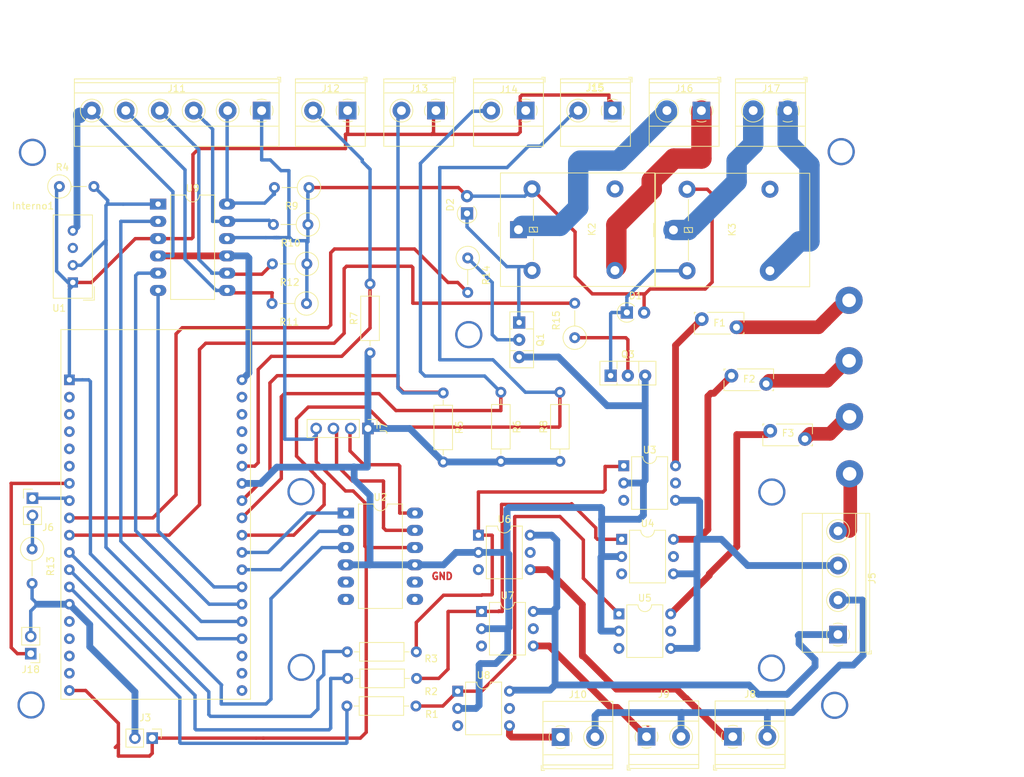
<source format=kicad_pcb>
(kicad_pcb (version 20240108) (generator "pcbnew") (generator_version "8.0")
  (layers (0 "F.Cu" signal) (31 "B.Cu" signal) (34 "B.Paste" user) (35 "F.Paste" user) (36 "B.SilkS" user "B.Silkscreen") (37 "F.SilkS" user "F.Silkscreen") (38 "B.Mask" user) (39 "F.Mask" user) (44 "Edge.Cuts" user))
  (net 0 "")
  (net 1 "Net-(D1-A)")
  (net 2 "Net-(D1-K)")
  (net 3 "Net-(F1-Pad2)")
  (net 4 "Net-(D2-K)")
  (net 5 "Net-(F2-Pad2)")
  (net 6 "Net-(F3-Pad2)")
  (net 7 "GND")
  (net 9 "Net-(Interno1-VCC)")
  (net 10 "Net-(Interno1-DATA)")
  (net 11 "Net-(J18-Pin_2)")
  (net 12 "Net-(J10-Pin_2)")
  (net 13 "Net-(J5-Pin_3)")
  (net 14 "Net-(J5-Pin_1)")
  (net 15 "Net-(J6-Pin_2)")
  (net 16 "Net-(J6-Pin_1)")
  (net 17 "Net-(J7-Pin_3)")
  (net 18 "Net-(J7-Pin_2)")
  (net 19 "Net-(J8-Pin_1)")
  (net 20 "Net-(J9-Pin_1)")
  (net 21 "Net-(J10-Pin_1)")
  (net 22 "Net-(R3-Pad1)")
  (net 23 "Net-(J11-Pin_5)")
  (net 24 "Net-(J11-Pin_2)")
  (net 25 "Net-(J11-Pin_6)")
  (net 26 "Net-(J11-Pin_4)")
  (net 27 "Net-(J11-Pin_3)")
  (net 28 "Net-(J12-Pin_2)")
  (net 29 "Net-(J13-Pin_2)")
  (net 30 "Net-(J14-Pin_2)")
  (net 31 "Net-(J15-Pin_2)")
  (net 32 "Net-(J16-Pin_1)")
  (net 33 "Net-(J16-Pin_2)")
  (net 34 "Net-(J17-Pin_2)")
  (net 35 "Net-(J17-Pin_1)")
  (net 36 "Net-(J18-Pin_1)")
  (net 39 "Net-(Q1-B)")
  (net 40 "Net-(Q3-B)")
  (net 41 "Net-(U1-IO12)")
  (net 42 "Net-(U1-IO14)")
  (net 43 "Net-(U1-IO27)")
  (net 44 "Net-(U1-IO25)")
  (net 45 "Net-(U1-IO26)")
  (net 51 "Net-(U1-IO2)")
  (net 59 "Net-(U1-IO17)")
  (net 60 "Net-(U1-IO16)")
  (net 65 "Net-(U1-IO0)")
  (net 66 "Net-(U1-IO4)")
  (net 68 "unconnected-(U2-LV4-Pad6)")
  (net 83 "unconnected-(F1-Pad1)")
  (net 84 "unconnected-(F2-Pad1)")
  (net 85 "unconnected-(F3-Pad1)")
  (net 86 "unconnected-(J5-Pin_4-Pad4)")
  (footprint "Diode_THT:D_A-405_P2.54mm_Vertical_AnodeUp" (layer "F.Cu") (at 173.228 80.5688)
    (property "Reference" "D1")
    (property "Value" "DIODE")
  )
  (footprint "Diode_THT:D_A-405_P2.54mm_Vertical_AnodeUp" (layer "F.Cu") (at 149.7076 65.9892 90)
    (property "Reference" "D2")
    (property "Value" "DIODE")
  )
  (footprint "TerminalBlock_Phoenix:TerminalBlock_Phoenix_MKDS-1,5-4-5.08_1x04_P5.08mm_Horizontal" (layer "F.Cu") (at 204.305 127.9652 90)
    (property "Reference" "J5")
    (property "Value" "ENTRADA PZEM")
  )
  (footprint "TerminalBlock_Phoenix:TerminalBlock_Phoenix_MKDS-1,5-2-5.08_1x02_P5.08mm_Horizontal" (layer "F.Cu") (at 196.9008 50.85 180)
    (property "Reference" "J17")
    (property "Value" "ON/OFF")
  )
  (footprint "Connector_PinHeader_2.54mm:PinHeader_1x04_P2.54mm_Vertical" (layer "F.Cu") (at 135.128 97.6376 -90)
    (property "Reference" "J7")
    (property "Value" "DATOS PZEM")
  )
  (footprint "Resistor_THT:R_Axial_DIN0207_L6.3mm_D2.5mm_P10.16mm_Horizontal" (layer "F.Cu") (at 142.1892 138.4808 180)
    (property "Reference" "R1")
    (property "Value" "150 Ohms")
  )
  (footprint "Resistor_THT:R_Axial_DIN0207_L6.3mm_D2.5mm_P10.16mm_Horizontal" (layer "F.Cu") (at 142.2908 134.4168 180)
    (property "Reference" "R2")
    (property "Value" ".")
  )
  (footprint "Resistor_THT:R_Axial_DIN0207_L6.3mm_D2.5mm_P10.16mm_Horizontal" (layer "F.Cu") (at 146.2024 92.4052 -90)
    (property "Reference" "R5")
    (property "Value" "10 K")
  )
  (footprint "Resistor_THT:R_Axial_DIN0207_L6.3mm_D2.5mm_P10.16mm_Horizontal" (layer "F.Cu") (at 154.686 92.3036 -90)
    (property "Reference" "R6")
    (property "Value" "10 K")
  )
  (footprint "Resistor_THT:R_Axial_DIN0207_L6.3mm_D2.5mm_P10.16mm_Horizontal" (layer "F.Cu") (at 163.3728 92.3036 -90)
    (property "Reference" "R8")
    (property "Value" "10 K")
  )
  (footprint "Sensor:Aosong_DHT11_5.5x12.0_P2.54mm" (layer "F.Cu") (at 91.694 76.1492 180)
    (property "Reference" "Interno1")
    (property "Value" "DHT11")
  )
  (footprint "ESP32-PLACA_CONTROL:MODULE_ESP32-DEVKITC-32D" (layer "F.Cu") (at 103.886 110.236)
    (property "Reference" "U1")
    (property "Value" "ESP32-DEVKITC-32D")
  )
  (footprint "Package_DIP:DIP-12_W10.16mm_LongPads" (layer "F.Cu") (at 131.8768 110.0836)
    (property "Reference" "U2")
    (property "Value" "Conversor_Bidireccional")
  )
  (footprint "Package_DIP:DIP-6_W7.62mm" (layer "F.Cu") (at 172.466 113.9444)
    (property "Reference" "U4")
    (property "Value" "MOC3063M")
  )
  (footprint "Package_DIP:DIP-6_W7.62mm" (layer "F.Cu") (at 172.0596 124.9172)
    (property "Reference" "U5")
    (property "Value" "MOC3063M")
  )
  (footprint "Package_DIP:DIP-6_W7.62mm" (layer "F.Cu") (at 151.384 113.3348)
    (property "Reference" "U6")
    (property "Value" "MOC3063M")
  )
  (footprint "Package_DIP:DIP-6_W7.62mm" (layer "F.Cu") (at 151.8412 124.5616)
    (property "Reference" "U7")
    (property "Value" "MOC3063M")
  )
  (footprint "Package_DIP:DIP-6_W7.62mm" (layer "F.Cu") (at 148.336 136.2964)
    (property "Reference" "U8")
    (property "Value" "MOC3063M")
  )
  (footprint "Fuse:Fuse_Bourns_MF-RG300" (layer "F.Cu") (at 189.357 82.7405 180)
    (property "Reference" "F1")
    (property "Value" "FUSE")
  )
  (footprint "Fuse:Fuse_Bourns_MF-RG300" (layer "F.Cu") (at 193.72072 91.06916 180)
    (property "Reference" "F2")
    (property "Value" "FUSE")
  )
  (footprint "Fuse:Fuse_Bourns_MF-RG300" (layer "F.Cu") (at 199.43572 99.17684 180)
    (property "Reference" "F3")
    (property "Value" "FUSE")
  )
  (footprint "Package_DIP:DIP-12_W10.16mm_LongPads" (layer "F.Cu") (at 104.2416 64.6176)
    (property "Reference" "U9")
    (property "Value" "Conversor_Bidireccional")
  )
  (footprint "Connector_PinHeader_2.54mm:PinHeader_1x02_P2.54mm_Vertical" (layer "F.Cu") (at 103.378 143.2052 -90)
    (property "Reference" "J3")
    (property "Value" "5 V")
  )
  (footprint "Package_TO_SOT_THT:TO-126-3_Vertical" (layer "F.Cu") (at 157.3784 82.042 -90)
    (property "Reference" "Q1")
    (property "Value" "BC548")
  )
  (footprint "Package_TO_SOT_THT:TO-126-3_Vertical" (layer "F.Cu") (at 170.8404 89.8652)
    (property "Reference" "Q3")
    (property "Value" "BC548")
  )
  (footprint "Resistor_THT:R_Axial_DIN0207_L6.3mm_D2.5mm_P10.16mm_Horizontal" (layer "F.Cu") (at 142.24 130.5052 180)
    (property "Reference" "R3")
    (property "Value" ".")
  )
  (footprint "Package_DIP:DIP-6_W7.62mm" (layer "F.Cu") (at 172.7708 103.124)
    (property "Reference" "U3")
    (property "Value" "MOC3063M")
  )
  (footprint "TerminalBlock_Phoenix:TerminalBlock_Phoenix_MKDS-1,5-2-5.08_1x02_P5.08mm_Horizontal" (layer "F.Cu") (at 184.2008 50.85 180)
    (property "Reference" "J16")
    (property "Value" "ON/OFF")
  )
  (footprint "TerminalBlock_Phoenix:TerminalBlock_Phoenix_MKDS-1,5-2-5.08_1x02_P5.08mm_Horizontal" (layer "F.Cu") (at 145.1356 50.85 180)
    (property "Reference" "J13")
    (property "Value" "Detector 2")
  )
  (footprint "TerminalBlock_Phoenix:TerminalBlock_Phoenix_MKDS-1,5-2-5.08_1x02_P5.08mm_Horizontal" (layer "F.Cu") (at 158.3436 50.85 180)
    (property "Reference" "J14")
    (property "Value" "Detector 3")
  )
  (footprint "TerminalBlock_Phoenix:TerminalBlock_Phoenix_MKDS-1,5-2-5.08_1x02_P5.08mm_Horizontal" (layer "F.Cu") (at 171.1452 50.85 180)
    (property "Reference" "J15")
    (property "Value" "Detector 4")
  )
  (footprint "TerminalBlock_Phoenix:TerminalBlock_Phoenix_MKDS-1,5-6_1x06_P5.00mm_Horizontal" (layer "F.Cu") (at 119.4816 50.85 180)
    (property "Reference" "J11")
    (property "Value" "Conector DHT11")
  )
  (footprint "Resistor_THT:R_Axial_DIN0309_L9.0mm_D3.2mm_P5.08mm_Vertical" (layer "F.Cu") (at 89.7128 62.0268)
    (property "Reference" "R4")
    (property "Value" "4,7 K")
  )
  (footprint "Resistor_THT:R_Axial_DIN0309_L9.0mm_D3.2mm_P5.08mm_Vertical" (layer "F.Cu") (at 126.4412 62.1792 180)
    (property "Reference" "R9")
    (property "Value" "4,7 K")
  )
  (footprint "Resistor_THT:R_Axial_DIN0309_L9.0mm_D3.2mm_P5.08mm_Vertical" (layer "F.Cu") (at 126.2888 67.6148 180)
    (property "Reference" "R10")
    (property "Value" "4,7 K")
  )
  (footprint "Resistor_THT:R_Axial_DIN0309_L9.0mm_D3.2mm_P5.08mm_Vertical" (layer "F.Cu") (at 126.0856 79.248 180)
    (property "Reference" "R11")
    (property "Value" "4,7 K")
  )
  (footprint "Resistor_THT:R_Axial_DIN0309_L9.0mm_D3.2mm_P5.08mm_Vertical" (layer "F.Cu") (at 126.1364 73.406 180)
    (property "Reference" "R12")
    (property "Value" "4,7 K")
  )
  (footprint "Relay_THT:Relay_SPDT_Omron-G5LE-1" (layer "F.Cu") (at 157.2768 68.3768 90)
    (property "Reference" "K2")
    (property "Value" "G5Q-1")
  )
  (footprint "Relay_THT:Relay_SPDT_Omron-G5LE-1" (layer "F.Cu") (at 180.086 68.4276 90)
    (property "Reference" "K3")
    (property "Value" "G5Q-1")
  )
  (footprint "Resistor_THT:R_Axial_DIN0309_L9.0mm_D3.2mm_P5.08mm_Vertical" (layer "F.Cu") (at 149.8092 72.5424 -90)
    (property "Reference" "R14")
    (property "Value" "4,7 K")
  )
  (footprint "Resistor_THT:R_Axial_DIN0309_L9.0mm_D3.2mm_P5.08mm_Vertical" (layer "F.Cu") (at 165.5572 84.2772 90)
    (property "Reference" "R15")
    (property "Value" "4,7 K")
  )
  (footprint "TerminalBlock_Phoenix:TerminalBlock_Phoenix_MKDS-1,5-2-5.08_1x02_P5.08mm_Horizontal" (layer "F.Cu") (at 132.1308 50.85 180)
    (property "Reference" "J12")
    (property "Value" "Detector 1")
  )
  (footprint "Resistor_THT:R_Axial_DIN0207_L6.3mm_D2.5mm_P10.16mm_Horizontal" (layer "F.Cu") (at 135.4328 86.5124 90)
    (property "Reference" "R7")
    (property "Value" "10 K")
  )
  (footprint "TerminalBlock_Phoenix:TerminalBlock_Phoenix_MKDS-1,5-2-5.08_1x02_P5.08mm_Horizontal" (layer "F.Cu") (at 188.8236 143.002)
    (property "Reference" "J8")
    (property "Value" "FASE R")
  )
  (footprint "TerminalBlock_Phoenix:TerminalBlock_Phoenix_MKDS-1,5-2-5.08_1x02_P5.08mm_Horizontal" (layer "F.Cu") (at 176.1236 143.002)
    (property "Reference" "J9")
    (property "Value" "FASE S")
  )
  (footprint "TerminalBlock_Phoenix:TerminalBlock_Phoenix_MKDS-1,5-2-5.08_1x02_P5.08mm_Horizontal" (layer "F.Cu") (at 163.4744 143.0528)
    (property "Reference" "J10")
    (property "Value" "FASE T")
  )
  (footprint "Connector_PinHeader_2.54mm:PinHeader_1x02_P2.54mm_Vertical" (layer "F.Cu") (at 85.7504 107.8992)
    (property "Reference" "J6")
    (property "Value" "LED TESTIGO")
  )
  (footprint "Resistor_THT:R_Axial_DIN0309_L9.0mm_D3.2mm_P5.08mm_Vertical" (layer "F.Cu") (at 85.6996 115.3668 -90)
    (property "Reference" "R13")
    (property "Value" "330 ohms")
  )
  (footprint "Connector_PinHeader_2.54mm:PinHeader_1x02_P2.54mm_Vertical" (layer "F.Cu") (at 85.5 130.775 180)
    (property "Reference" "J18")
    (property "Value" "ADC")
  )
  (gr_text "GND" (at 146.05 119.38 0) (layer "F.Cu") (effects (font (size 1 1) (thickness 0.25))))
  (segment (start 176.2252 141.4272) (end 176.4284 141.4272) (width 0.25) (layer "F.Cu") (net 0))
  (via (at 194.5132 132.8928) (size 4) (drill 3.3) (layers "F.Cu" "B.Cu") (net 0))
  (via (at 125.2728 106.934) (size 4) (drill 3.3) (layers "F.Cu" "B.Cu") (net 0))
  (via (at 125.3236 132.7912) (size 4) (drill 3.3) (layers "F.Cu" "B.Cu") (net 0))
  (via (at 203.8096 138.3792) (size 4) (drill 3.3) (layers "F.Cu" "B.Cu") (net 0))
  (via (at 204.7748 56.896) (size 4) (drill 3.3) (layers "F.Cu" "B.Cu") (net 0))
  (via (at 85.7504 56.9976) (size 4) (drill 3.3) (layers "F.Cu" "B.Cu") (net 0))
  (via (at 149.9616 83.82) (size 4) (drill 3.3) (layers "F.Cu" "B.Cu") (net 0))
  (via (at 85.5472 138.3284) (size 4) (drill 3.3) (layers "F.Cu" "B.Cu") (net 0))
  (via (at 194.564 106.9848) (size 4) (drill 3.3) (layers "F.Cu" "B.Cu") (net 0))
  (segment (start 132.9436 106.8324) (end 131.826 106.8324) (width 0.5) (layer "F.Cu") (net 1))
  (segment (start 134.6708 108.5596) (end 132.9436 106.8324) (width 0.5) (layer "F.Cu") (net 1))
  (segment (start 184.7596 77.1144) (end 185.7756 76.0984) (width 0.5) (layer "F.Cu") (net 1))
  (segment (start 102.9716 145.8468) (end 103.378 145.4404) (width 0.5) (layer "F.Cu") (net 1))
  (segment (start 185.0588 62.4276) (end 182.086 62.4276) (width 0.5) (layer "F.Cu") (net 1))
  (segment (start 159.2768 62.3768) (end 165.608 68.708) (width 0.5) (layer "F.Cu") (net 1))
  (segment (start 98.3996 141.0208) (end 98.3996 144.1196) (width 0.5) (layer "F.Cu") (net 1))
  (segment (start 91.186 136.196) (end 93.5748 136.196) (width 0.5) (layer "F.Cu") (net 1))
  (segment (start 127.508 102.5144) (end 127.508 97.6376) (width 0.5) (layer "F.Cu") (net 1))
  (segment (start 148.4376 62.1792) (end 149.7076 63.4492) (width 0.5) (layer "F.Cu") (net 1))
  (segment (start 119.8372 143.2052) (end 119.6848 143.2052) (width 0.5) (layer "F.Cu") (net 1))
  (segment (start 97.9424 144.5768) (end 98.3996 144.1196) (width 0.5) (layer "F.Cu") (net 1))
  (segment (start 175.768 80.5688) (end 175.768 77.978) (width 0.5) (layer "F.Cu") (net 1))
  (segment (start 134.874 115.1636) (end 134.6708 114.9604) (width 0.5) (layer "F.Cu") (net 1))
  (segment (start 134.874 142.3416) (end 134.0104 143.2052) (width 0.5) (layer "F.Cu") (net 1))
  (segment (start 103.378 145.4404) (end 103.378 143.2052) (width 0.5) (layer "F.Cu") (net 1))
  (segment (start 165.608 68.708) (end 165.608 75.2856) (width 0.5) (layer "F.Cu") (net 1))
  (segment (start 176.6316 77.1144) (end 184.7596 77.1144) (width 0.5) (layer "F.Cu") (net 1))
  (segment (start 165.608 75.2856) (end 168.148 77.8256) (width 0.5) (layer "F.Cu") (net 1))
  (segment (start 134.6708 114.9604) (end 134.6708 108.5596) (width 0.5) (layer "F.Cu") (net 1))
  (segment (start 103.378 143.2052) (end 118.6688 143.2052) (width 0.5) (layer "F.Cu") (net 1))
  (segment (start 119.6848 143.2052) (end 118.6688 143.2052) (width 0.5) (layer "F.Cu") (net 1))
  (segment (start 175.9204 77.8256) (end 176.6316 77.1144) (width 0.5) (layer "F.Cu") (net 1))
  (segment (start 134.874 115.1636) (end 142.0368 115.1636) (width 0.5) (layer "F.Cu") (net 1))
  (segment (start 175.768 77.978) (end 175.9204 77.8256) (width 0.5) (layer "F.Cu") (net 1))
  (segment (start 98.3996 144.1196) (end 98.3996 145.8468) (width 0.5) (layer "F.Cu") (net 1))
  (segment (start 127.265192 97.880408) (end 127.508 97.6376) (width 0.5) (layer "F.Cu") (net 1))
  (segment (start 168.148 77.8256) (end 175.9204 77.8256) (width 0.5) (layer "F.Cu") (net 1))
  (segment (start 98.3996 145.8468) (end 102.9716 145.8468) (width 0.5) (layer "F.Cu") (net 1))
  (segment (start 134.0104 143.2052) (end 119.6848 143.2052) (width 0.5) (layer "F.Cu") (net 1))
  (segment (start 131.826 106.8324) (end 127.508 102.5144) (width 0.5) (layer "F.Cu") (net 1))
  (segment (start 126.4412 62.1792) (end 148.4376 62.1792) (width 0.5) (layer "F.Cu") (net 1))
  (segment (start 185.7756 76.0984) (end 185.7756 63.1444) (width 0.5) (layer "F.Cu") (net 1))
  (segment (start 134.874 115.1636) (end 134.874 142.3416) (width 0.5) (layer "F.Cu") (net 1))
  (segment (start 185.7756 63.1444) (end 185.0588 62.4276) (width 0.5) (layer "F.Cu") (net 1))
  (segment (start 93.5748 136.196) (end 98.3996 141.0208) (width 0.5) (layer "F.Cu") (net 1))
  (segment (start 127.508 98.6028) (end 126.8984 99.2124) (width 0.5) (layer "B.Cu") (net 1))
  (segment (start 126.1364 70.3072) (end 126.2888 70.1548) (width 0.5) (layer "B.Cu") (net 1))
  (segment (start 126.8984 99.2124) (end 122.8852 99.2124) (width 0.5) (layer "B.Cu") (net 1))
  (segment (start 124.0536 70.0024) (end 123.5964 69.5452) (width 0.5) (layer "B.Cu") (net 1))
  (segment (start 121.666 69.5452) (end 122.0724 69.5452) (width 0.5) (layer "B.Cu") (net 1))
  (segment (start 119.4816 50.8508) (end 119.4816 58.1152) (width 0.5) (layer "B.Cu") (net 1))
  (segment (start 126.1364 70.0024) (end 126.2888 70.1548) (width 0.5) (layer "B.Cu") (net 1))
  (segment (start 121.2596 69.5452) (end 121.666 69.5452) (width 0.5) (layer "B.Cu") (net 1))
  (segment (start 126.2888 63.1952) (end 126.2888 63.4492) (width 0.5) (layer "B.Cu") (net 1))
  (segment (start 122.8852 69.6976) (end 123.0376 69.5452) (width 0.5) (layer "B.Cu") (net 1))
  (segment (start 123.4948 69.4436) (end 123.5964 69.5452) (width 0.5) (layer "B.Cu") (net 1))
  (segment (start 127.508 97.6376) (end 127.508 98.6028) (width 0.5) (layer "B.Cu") (net 1))
  (segment (start 126.1364 73.406) (end 126.1364 79.1972) (width 0.5) (layer "B.Cu") (net 1))
  (segment (start 149.7076 63.4492) (end 158.2044 63.4492) (width 0.5) (layer "B.Cu") (net 1))
  (segment (start 126.1364 73.406) (end 126.1364 70.3072) (width 0.5) (layer "B.Cu") (net 1))
  (segment (start 124.0536 70.0024) (end 126.1364 70.0024) (width 0.5) (layer "B.Cu") (net 1))
  (segment (start 115.5192 69.5452) (end 120.0912 69.5452) (width 0.5) (layer "B.Cu") (net 1))
  (segment (start 122.8852 99.2124) (end 122.8852 69.6976) (width 0.5) (layer "B.Cu") (net 1))
  (segment (start 158.2044 63.4492) (end 159.2768 62.3768) (width 0.5) (layer "B.Cu") (net 1))
  (segment (start 120.7516 58.1152) (end 122.3264 59.69) (width 0.5) (layer "B.Cu") (net 1))
  (segment (start 126.1364 79.1972) (end 126.0856 79.248) (width 0.5) (layer "B.Cu") (net 1))
  (segment (start 120.0912 69.5452) (end 121.666 69.5452) (width 0.5) (layer "B.Cu") (net 1))
  (segment (start 123.4948 59.69) (end 122.3264 59.69) (width 0.5) (layer "B.Cu") (net 1))
  (segment (start 127.3048 97.8408) (end 127.508 97.6376) (width 0.5) (layer "B.Cu") (net 1))
  (segment (start 123.5964 69.5452) (end 123.0376 69.5452) (width 0.5) (layer "B.Cu") (net 1))
  (segment (start 126.2888 63.4492) (end 126.2888 67.6148) (width 0.5) (layer "B.Cu") (net 1))
  (segment (start 126.2888 67.6148) (end 126.2888 70.1548) (width 0.5) (layer "B.Cu") (net 1))
  (segment (start 123.0376 69.5452) (end 121.666 69.5452) (width 0.5) (layer "B.Cu") (net 1))
  (segment (start 126.2888 63.4492) (end 126.2888 62.3316) (width 0.5) (layer "B.Cu") (net 1))
  (segment (start 123.4948 59.69) (end 123.4948 69.4436) (width 0.5) (layer "B.Cu") (net 1))
  (segment (start 119.4816 58.1152) (end 120.7516 58.1152) (width 0.5) (layer "B.Cu") (net 1))
  (segment (start 126.2888 62.3316) (end 126.4412 62.1792) (width 0.5) (layer "B.Cu") (net 1))
  (segment (start 177.0832 74.4276) (end 182.086 74.4276) (width 0.5) (layer "B.Cu") (net 2))
  (segment (start 170.9928 80.5688) (end 173.228 80.5688) (width 0.5) (layer "B.Cu") (net 2))
  (segment (start 173.228 78.2828) (end 177.0832 74.4276) (width 0.5) (layer "B.Cu") (net 2))
  (segment (start 170.8404 89.8652) (end 170.8404 80.7212) (width 0.5) (layer "B.Cu") (net 2))
  (segment (start 173.228 80.5688) (end 173.228 78.2828) (width 0.5) (layer "B.Cu") (net 2))
  (segment (start 170.8404 80.7212) (end 170.9928 80.5688) (width 0.5) (layer "B.Cu") (net 2))
  (segment (start 180.3908 103.124) (end 180.3908 85.4067) (width 1) (layer "F.Cu") (net 3))
  (segment (start 180.3908 85.4067) (end 184.257 81.5405) (width 1) (layer "F.Cu") (net 3))
  (segment (start 149.7076 67.9704) (end 155.5552 73.818) (width 0.5) (layer "B.Cu") (net 4))
  (segment (start 149.7076 65.9892) (end 149.7076 67.9704) (width 0.5) (layer "B.Cu") (net 4))
  (segment (start 155.5552 73.818) (end 158.718 73.818) (width 0.5) (layer "B.Cu") (net 4))
  (segment (start 157.3276 81.9912) (end 157.3784 82.042) (width 0.5) (layer "B.Cu") (net 4))
  (segment (start 158.718 73.818) (end 159.2768 74.3768) (width 0.5) (layer "B.Cu") (net 4))
  (segment (start 157.3276 74.2188) (end 157.3276 81.9912) (width 0.5) (layer "B.Cu") (net 4))
  (segment (start 183.71312 113.9444) (end 185.15076 112.50676) (width 1) (layer "F.Cu") (net 5))
  (segment (start 185.15076 92.90224) (end 185.5978 92.4552) (width 1) (layer "F.Cu") (net 5))
  (segment (start 185.15076 112.50676) (end 185.15076 92.90224) (width 1) (layer "F.Cu") (net 5))
  (segment (start 185.5978 92.4552) (end 186.03468 92.4552) (width 1) (layer "F.Cu") (net 5))
  (segment (start 186.03468 92.4552) (end 188.62072 89.86916) (width 1) (layer "F.Cu") (net 5))
  (segment (start 180.086 113.9444) (end 183.71312 113.9444) (width 1) (layer "F.Cu") (net 5))
  (segment (start 179.6796 124.9172) (end 185.35396 119.24284) (width 1) (layer "F.Cu") (net 6))
  (segment (start 185.35396 119.24284) (end 185.35396 119.05488) (width 1) (layer "F.Cu") (net 6))
  (segment (start 189.4078 98.5393) (end 193.77326 98.5393) (width 1) (layer "F.Cu") (net 6))
  (segment (start 193.77326 98.5393) (end 194.33572 97.97684) (width 1) (layer "F.Cu") (net 6))
  (segment (start 185.35396 119.05488) (end 189.4078 115.00104) (width 1) (layer "F.Cu") (net 6))
  (segment (start 189.4078 115.00104) (end 189.4078 98.5393) (width 1) (layer "F.Cu") (net 6))
  (segment (start 145.542 134.4168) (end 146.9136 133.0452) (width 0.5) (layer "F.Cu") (net 7))
  (segment (start 146.1516 138.4808) (end 148.336 136.2964) (width 0.5) (layer "F.Cu") (net 7))
  (segment (start 142.2908 134.4168) (end 145.542 134.4168) (width 0.5) (layer "F.Cu") (net 7))
  (segment (start 157.3276 87.1728) (end 157.3784 87.122) (width 1) (layer "F.Cu") (net 7))
  (segment (start 156.718 131.4196) (end 156.718 110.6424) (width 0.5) (layer "F.Cu") (net 7))
  (segment (start 151.8412 124.5616) (end 154.3304 124.5616) (width 0.5) (layer "F.Cu") (net 7))
  (segment (start 152.2476 135.89) (end 156.718 131.4196) (width 0.5) (layer "F.Cu") (net 7))
  (segment (start 154.7876 111.379637) (end 154.7876 108.8136) (width 0.5) (layer "F.Cu") (net 7))
  (segment (start 151.9428 136.1948) (end 152.2476 135.89) (width 0.5) (layer "F.Cu") (net 7))
  (segment (start 154.8892 124.5616) (end 154.8892 111.481237) (width 0.5) (layer "F.Cu") (net 7))
  (segment (start 146.9136 124.6124) (end 146.9644 124.5616) (width 0.5) (layer "F.Cu") (net 7))
  (segment (start 154.3304 124.5616) (end 154.432 124.46) (width 0.5) (layer "F.Cu") (net 7))
  (segment (start 156.718 110.6424) (end 156.7688 110.5916) (width 0.5) (layer "F.Cu") (net 7))
  (segment (start 148.336 136.2964) (end 151.8412 136.2964) (width 0.5) (layer "F.Cu") (net 7))
  (segment (start 154.7876 108.8136) (end 164.9984 108.8136) (width 0.5) (layer "F.Cu") (net 7))
  (segment (start 151.8412 136.2964) (end 152.2476 135.89) (width 0.5) (layer "F.Cu") (net 7))
  (segment (start 163.3728 110.5916) (end 166.8272 114.046) (width 0.5) (layer "F.Cu") (net 7))
  (segment (start 168.656 112.268) (end 168.656 113.6904) (width 0.5) (layer "F.Cu") (net 7))
  (segment (start 155.3464 102.4636) (end 154.686 102.4636) (width 1) (layer "F.Cu") (net 7))
  (segment (start 168.91 113.9444) (end 172.466 113.9444) (width 0.5) (layer "F.Cu") (net 7))
  (segment (start 156.7688 110.5916) (end 163.3728 110.5916) (width 0.5) (layer "F.Cu") (net 7))
  (segment (start 164.9984 108.8136) (end 165.1 108.712) (width 0.5) (layer "F.Cu") (net 7))
  (segment (start 154.8892 111.481237) (end 154.7876 111.379637) (width 0.5) (layer "F.Cu") (net 7))
  (segment (start 146.9644 124.5616) (end 151.8412 124.5616) (width 0.5) (layer "F.Cu") (net 7))
  (segment (start 146.9136 133.0452) (end 146.9136 124.6124) (width 0.5) (layer "F.Cu") (net 7))
  (segment (start 142.1892 138.4808) (end 146.1516 138.4808) (width 0.5) (layer "F.Cu") (net 7))
  (segment (start 166.8272 114.046) (end 166.8272 119.6848) (width 0.5) (layer "F.Cu") (net 7))
  (segment (start 166.8272 119.6848) (end 172.0596 124.9172) (width 0.5) (layer "F.Cu") (net 7))
  (segment (start 165.1 108.712) (end 168.656 112.268) (width 0.5) (layer "F.Cu") (net 7))
  (segment (start 154.3304 124.5616) (end 154.8892 124.5616) (width 0.5) (layer "F.Cu") (net 7))
  (segment (start 168.656 113.6904) (end 168.91 113.9444) (width 0.5) (layer "F.Cu") (net 7))
  (segment (start 133.096 103.3272) (end 135.0264 103.3272) (width 1) (layer "B.Cu") (net 7))
  (segment (start 169.418 116.586) (end 169.5196 116.4844) (width 1) (layer "B.Cu") (net 7))
  (segment (start 175.6664 110.3884) (end 175.6664 105.8164) (width 1) (layer "B.Cu") (net 7))
  (segment (start 155.702 130.4544) (end 155.702 127.1016) (width 1) (layer "B.Cu") (net 7))
  (segment (start 133.096 103.3272) (end 133.096 105.156) (width 1) (layer "B.Cu") (net 7))
  (segment (start 175.9204 89.8652) (end 175.9204 94.2848) (width 1) (layer "B.Cu") (net 7))
  (segment (start 169.4688 127.4572) (end 169.418 127.4064) (width 1) (layer "B.Cu") (net 7))
  (segment (start 172.0596 127.4572) (end 169.4688 127.4572) (width 1) (layer "B.Cu") (net 7))
  (segment (start 163.1696 87.122) (end 170.3324 94.2848) (width 1) (layer "B.Cu") (net 7))
  (segment (start 155.6004 115.8748) (end 155.6004 109.5248) (width 1) (layer "B.Cu") (net 7))
  (segment (start 135.4328 117.7036) (end 142.0368 117.7036) (width 1) (layer "B.Cu") (net 7))
  (segment (start 155.8544 126.9492) (end 155.8544 116.1288) (width 1) (layer "B.Cu") (net 7))
  (segment (start 151.0284 138.8364) (end 151.4856 138.3792) (width 1) (layer "B.Cu") (net 7))
  (segment (start 169.5196 110.998) (end 169.5196 116.4844) (width 1) (layer "B.Cu") (net 7))
  (segment (start 121.7168 103.3272) (end 133.096 103.3272) (width 1) (layer "B.Cu") (net 7))
  (segment (start 151.4856 132.4356) (end 151.6888 132.2324) (width 1) (layer "B.Cu") (net 7))
  (segment (start 175.0568 110.998) (end 175.6664 110.3884) (width 1) (layer "B.Cu") (net 7))
  (segment (start 155.6004 109.5248) (end 155.8544 109.2708) (width 1) (layer "B.Cu") (net 7))
  (segment (start 131.8768 117.7036) (end 135.4328 117.7036) (width 1) (layer "B.Cu") (net 7))
  (segment (start 146.2024 102.5652) (end 141.2748 97.6376) (width 1) (layer "B.Cu") (net 7))
  (segment (start 169.5196 110.998) (end 175.0568 110.998) (width 1) (layer "B.Cu") (net 7))
  (segment (start 169.418 109.2708) (end 169.5196 109.3724) (width 1) (layer "B.Cu") (net 7))
  (segment (start 148.082 115.8748) (end 151.384 115.8748) (width 1) (layer "B.Cu") (net 7))
  (segment (start 142.0368 117.7036) (end 146.2532 117.7036) (width 1) (layer "B.Cu") (net 7))
  (segment (start 146.2532 117.7036) (end 148.082 115.8748) (width 1) (layer "B.Cu") (net 7))
  (segment (start 151.8412 127.1016) (end 155.702 127.1016) (width 1) (layer "B.Cu") (net 7))
  (segment (start 135.0264 97.7392) (end 135.128 97.6376) (width 1) (layer "B.Cu") (net 7))
  (segment (start 119.328 105.716) (end 121.7168 103.3272) (width 1) (layer "B.Cu") (net 7))
  (segment (start 148.336 138.8364) (end 151.0284 138.8364) (width 1) (layer "B.Cu") (net 7))
  (segment (start 175.6664 105.8164) (end 175.514 105.664) (width 1) (layer "B.Cu") (net 7))
  (segment (start 135.128 86.8172) (end 135.4328 86.5124) (width 1) (layer "B.Cu") (net 7))
  (segment (start 151.4856 138.3792) (end 151.4856 132.4356) (width 1) (layer "B.Cu") (net 7))
  (segment (start 151.384 115.8748) (end 155.6004 115.8748) (width 1) (layer "B.Cu") (net 7))
  (segment (start 169.5196 109.3724) (end 169.5196 110.998) (width 1) (layer "B.Cu") (net 7))
  (segment (start 169.418 127.4064) (end 169.418 116.586) (width 1) (layer "B.Cu") (net 7))
  (segment (start 175.9204 94.2848) (end 175.9204 105.2576) (width 1) (layer "B.Cu") (net 7))
  (segment (start 175.514 105.664) (end 172.7708 105.664) (width 1) (layer "B.Cu") (net 7))
  (segment (start 155.8544 116.1288) (end 155.6004 115.8748) (width 1) (layer "B.Cu") (net 7))
  (segment (start 146.2024 102.5652) (end 154.5844 102.5652) (width 1) (layer "B.Cu") (net 7))
  (segment (start 155.702 127.1016) (end 155.8544 126.9492) (width 1) (layer "B.Cu") (net 7))
  (segment (start 157.3784 87.122) (end 163.1696 87.122) (width 1) (layer "B.Cu") (net 7))
  (segment (start 116.586 105.716) (end 119.328 105.716) (width 1) (layer "B.Cu") (net 7))
  (segment (start 170.3324 94.2848) (end 175.9204 94.2848) (width 1) (layer "B.Cu") (net 7))
  (segment (start 175.9204 105.2576) (end 175.514 105.664) (width 1) (layer "B.Cu") (net 7))
  (segment (start 151.6888 132.2324) (end 153.924 132.2324) (width 1) (layer "B.Cu") (net 7))
  (segment (start 169.5196 116.4844) (end 172.466 116.4844) (width 1) (layer "B.Cu") (net 7))
  (segment (start 154.5844 102.5652) (end 154.686 102.4636) (width 1) (layer "B.Cu") (net 7))
  (segment (start 153.924 132.2324) (end 155.702 130.4544) (width 1) (layer "B.Cu") (net 7))
  (segment (start 133.096 105.156) (end 135.4328 107.4928) (width 1) (layer "B.Cu") (net 7))
  (segment (start 154.686 102.4636) (end 163.3728 102.4636) (width 1) (layer "B.Cu") (net 7))
  (segment (start 135.128 97.6376) (end 135.128 86.8172) (width 1) (layer "B.Cu") (net 7))
  (segment (start 141.2748 97.6376) (end 135.128 97.6376) (width 1) (layer "B.Cu") (net 7))
  (segment (start 155.8544 109.2708) (end 169.418 109.2708) (width 1) (layer "B.Cu") (net 7))
  (segment (start 135.0264 103.3272) (end 135.0264 97.7392) (width 1) (layer "B.Cu") (net 7))
  (segment (start 135.4328 107.4928) (end 135.4328 117.7036) (width 1) (layer "B.Cu") (net 7))
  (segment (start 133.096 103.3272) (end 133.0452 103.2764) (width 1) (layer "B.Cu") (net 7))
  (segment (start 96.8248 64.6176) (end 99.1108 64.6176) (width 0.5) (layer "B.Cu") (net 9))
  (segment (start 96.5708 64.8208) (end 96.774 64.6176) (width 0.5) (layer "B.Cu") (net 9))
  (segment (start 96.5708 70.6628) (end 96.5708 69.9516) (width 0.5) (layer "B.Cu") (net 9))
  (segment (start 94.7928 62.0268) (end 96.8248 64.0588) (width 0.5) (layer "B.Cu") (net 9))
  (segment (start 96.774 64.6176) (end 96.8248 64.6176) (width 0.5) (layer "B.Cu") (net 9))
  (segment (start 116.586 128.576) (end 110.0316 128.576) (width 0.5) (layer "B.Cu") (net 9))
  (segment (start 96.5708 115.1152) (end 96.5708 69.9516) (width 0.5) (layer "B.Cu") (net 9))
  (segment (start 91.694 73.6092) (end 92.9132 73.6092) (width 0.5) (layer "B.Cu") (net 9))
  (segment (start 96.5708 69.9516) (end 96.5708 64.8208) (width 0.5) (layer "B.Cu") (net 9))
  (segment (start 92.9132 73.6092) (end 96.5708 69.9516) (width 0.5) (layer "B.Cu") (net 9))
  (segment (start 96.774 64.4144) (end 96.774 64.6176) (width 0.5) (layer "B.Cu") (net 9))
  (segment (start 96.8248 64.0588) (end 96.8248 64.6176) (width 0.5) (layer "B.Cu") (net 9))
  (segment (start 110.0316 128.576) (end 96.5708 115.1152) (width 0.5) (layer "B.Cu") (net 9))
  (segment (start 99.1108 64.6176) (end 104.2416 64.6176) (width 0.5) (layer "B.Cu") (net 9))
  (segment (start 132.1308 54.2544) (end 132.2324 54.356) (width 0.5) (layer "F.Cu") (net 10))
  (segment (start 157.5308 49.2252) (end 157.5308 50.0372) (width 0.5) (layer "F.Cu") (net 10))
  (segment (start 171.1452 50.85) (end 171.1452 49.7332) (width 0.5) (layer "F.Cu") (net 10))
  (segment (start 109.3724 69.4944) (end 109.3724 57.3024) (width 0.5) (layer "F.Cu") (net 10))
  (segment (start 157.5308 51.1556) (end 157.5308 54.0004) (width 0.5) (layer "F.Cu") (net 10))
  (segment (start 158.3436 50.85) (end 157.8364 50.85) (width 0.5) (layer "F.Cu") (net 10))
  (segment (start 157.5308 54.0004) (end 157.1752 54.356) (width 0.5) (layer "F.Cu") (net 10))
  (segment (start 144.78 51.0032) (end 144.78 54.0512) (width 0.5) (layer "F.Cu") (net 10))
  (segment (start 157.5308 50.0372) (end 158.3436 50.85) (width 0.5) (layer "F.Cu") (net 10))
  (segment (start 171.1452 49.7332) (end 170.5864 49.1744) (width 0.5) (layer "F.Cu") (net 10))
  (segment (start 157.5308 50.9524) (end 157.5308 49.2252) (width 0.5) (layer "F.Cu") (net 10))
  (segment (start 91.694 76.1492) (end 94.4372 76.1492) (width 0.5) (layer "F.Cu") (net 10))
  (segment (start 131.8768 54.3052) (end 131.826 54.356) (width 0.5) (layer "F.Cu") (net 10))
  (segment (start 109.3724 57.3024) (end 110.236 56.4388) (width 0.5) (layer "F.Cu") (net 10))
  (segment (start 170.5864 50.9524) (end 170.6372 51.0032) (width 0.5) (layer "F.Cu") (net 10))
  (segment (start 157.5308 48.8188) (end 157.7848 48.5648) (width 0.5) (layer "F.Cu") (net 10))
  (segment (start 109.1692 69.6976) (end 109.3724 69.4944) (width 0.5) (layer "F.Cu") (net 10))
  (segment (start 131.826 56.4388) (end 131.826 54.356) (width 0.5) (layer "F.Cu") (net 10))
  (segment (start 144.78 54.0512) (end 144.4752 54.356) (width 0.5) (layer "F.Cu") (net 10))
  (segment (start 157.5308 50.9524) (end 157.5308 51.1556) (width 0.5) (layer "F.Cu") (net 10))
  (segment (start 157.7848 48.5648) (end 170.5864 48.5648) (width 0.5) (layer "F.Cu") (net 10))
  (segment (start 132.1308 50.85) (end 132.1308 54.2544) (width 0.5) (layer "F.Cu") (net 10))
  (segment (start 94.4372 76.1492) (end 100.8888 69.6976) (width 0.5) (layer "F.Cu") (net 10))
  (segment (start 104.2416 69.6976) (end 109.1692 69.6976) (width 0.5) (layer "F.Cu") (net 10))
  (segment (start 170.5864 49.1744) (end 170.5864 50.9524) (width 0.5) (layer "F.Cu") (net 10))
  (segment (start 132.2324 54.356) (end 131.826 54.356) (width 0.5) (layer "F.Cu") (net 10))
  (segment (start 157.8364 50.85) (end 157.5308 51.1556) (width 0.5) (layer "F.Cu") (net 10))
  (segment (start 110.236 56.4388) (end 131.826 56.4388) (width 0.5) (layer "F.Cu") (net 10))
  (segment (start 157.5308 49.2252) (end 157.5308 48.8188) (width 0.5) (layer "F.Cu") (net 10))
  (segment (start 100.8888 69.6976) (end 104.2416 69.6976) (width 0.5) (layer "F.Cu") (net 10))
  (segment (start 170.5864 48.5648) (end 170.5864 49.1744) (width 0.5) (layer "F.Cu") (net 10))
  (segment (start 157.1752 54.356) (end 144.4752 54.356) (width 0.5) (layer "F.Cu") (net 10))
  (segment (start 144.4752 54.356) (end 132.2324 54.356) (width 0.5) (layer "F.Cu") (net 10))
  (segment (start 120.8532 137.4648) (end 120.8532 122.682) (width 0.5) (layer "B.Cu") (net 10))
  (segment (start 120.142 138.176) (end 120.8532 137.4648) (width 0.5) (layer "B.Cu") (net 10))
  (segment (start 92.3036 75.9968) (end 91.186 77.1144) (width 0.5) (layer "B.Cu") (net 10))
  (segment (start 93.1152 90.476) (end 94.032 90.476) (width 0.5) (layer "B.Cu") (net 10))
  (segment (start 120.8532 122.682) (end 128.3716 115.1636) (width 0.5) (layer "B.Cu") (net 10))
  (segment (start 91.186 77.1144) (end 91.186 90.476) (width 0.5) (layer "B.Cu") (net 10))
  (segment (start 94.2848 90.7288) (end 94.2848 116.078) (width 0.5) (layer "B.Cu") (net 10))
  (segment (start 89.3064 62.4332) (end 89.7128 62.0268) (width 0.5) (layer "B.Cu") (net 10))
  (segment (start 90.9828 76.1492) (end 91.694 76.1492) (width 0.5) (layer "B.Cu") (net 10))
  (segment (start 113.5888 135.382) (end 113.538 135.4328) (width 0.5) (layer "B.Cu") (net 10))
  (segment (start 113.538 138.176) (end 120.142 138.176) (width 0.5) (layer "B.Cu") (net 10))
  (segment (start 94.032 90.476) (end 94.2848 90.7288) (width 0.5) (layer "B.Cu") (net 10))
  (segment (start 128.3716 115.1636) (end 131.8768 115.1636) (width 0.5) (layer "B.Cu") (net 10))
  (segment (start 89.3064 74.4728) (end 89.3064 62.4332) (width 0.5) (layer "B.Cu") (net 10))
  (segment (start 91.186 90.476) (end 93.1152 90.476) (width 0.5) (layer "B.Cu") (net 10))
  (segment (start 94.2848 116.078) (end 113.5888 135.382) (width 0.5) (layer "B.Cu") (net 10))
  (segment (start 89.3064 74.4728) (end 90.9828 76.1492) (width 0.5) (layer "B.Cu") (net 10))
  (segment (start 113.538 135.4328) (end 113.538 138.176) (width 0.5) (layer "B.Cu") (net 10))
  (segment (start 86.5112 123.496) (end 85.5 124.5072) (width 0.5) (layer "B.Cu") (net 11))
  (segment (start 91.186 123.496) (end 94.1832 126.4932) (width 1) (layer "B.Cu") (net 11))
  (segment (start 94.1832 129.7432) (end 100.838 136.398) (width 1) (layer "B.Cu") (net 11))
  (segment (start 100.838 136.398) (end 100.838 143.2052) (width 1) (layer "B.Cu") (net 11))
  (segment (start 85.6996 120.4468) (end 85.6996 122.6844) (width 0.5) (layer "B.Cu") (net 11))
  (segment (start 94.1832 126.4932) (end 94.1832 129.7432) (width 1) (layer "B.Cu") (net 11))
  (segment (start 85.5 124.5072) (end 85.5 128.235) (width 0.5) (layer "B.Cu") (net 11))
  (segment (start 85.6996 122.6844) (end 86.5112 123.496) (width 0.5) (layer "B.Cu") (net 11))
  (segment (start 100.7872 143.1544) (end 100.838 143.2052) (width 1) (layer "B.Cu") (net 11))
  (segment (start 91.186 123.496) (end 86.5112 123.496) (width 1) (layer "B.Cu") (net 11))
  (segment (start 208 131) (end 208 123) (width 1) (layer "B.Cu") (net 12))
  (segment (start 204.57668 123.00712) (end 204.45476 122.8852) (width 1) (layer "B.Cu") (net 12))
  (segment (start 168.5544 143.0528) (end 168.5544 139.9032) (width 1) (layer "B.Cu") (net 12))
  (segment (start 169.0116 139.446) (end 181.356 139.446) (width 1) (layer "B.Cu") (net 12))
  (segment (start 168.5544 139.9032) (end 169.0116 139.446) (width 1) (layer "B.Cu") (net 12))
  (segment (start 204.57668 132.45592) (end 206.54408 132.45592) (width 1) (layer "B.Cu") (net 12))
  (segment (start 181.2544 139.446) (end 181.356 139.446) (width 1) (layer "B.Cu") (net 12))
  (segment (start 206.54408 132.45592) (end 208 131) (width 1) (layer "B.Cu") (net 12))
  (segment (start 193.9036 139.446) (end 193.9036 143.002) (width 1) (layer "B.Cu") (net 12))
  (segment (start 208 123) (end 207.8852 122.8852) (width 1) (layer "B.Cu") (net 12))
  (segment (start 181.356 139.446) (end 193.9036 139.446) (width 1) (layer "B.Cu") (net 12))
  (segment (start 207.8852 122.8852) (end 204.305 122.8852) (width 1) (layer "B.Cu") (net 12))
  (segment (start 197.5866 139.446) (end 204.57668 132.45592) (width 1) (layer "B.Cu") (net 12))
  (segment (start 193.9036 139.446) (end 197.5866 139.446) (width 1) (layer "B.Cu") (net 12))
  (segment (start 181.2036 143.002) (end 181.2036 139.4968) (width 1) (layer "B.Cu") (net 12))
  (segment (start 181.2036 139.4968) (end 181.2544 139.446) (width 1) (layer "B.Cu") (net 12))
  (segment (start 180.34 108.1532) (end 180.3908 108.204) (width 0.25) (layer "F.Cu") (net 13))
  (segment (start 187.1472 113.9444) (end 191.008 117.8052) (width 1) (layer "B.Cu") (net 13))
  (segment (start 183.5404 119.126) (end 183.5404 113.9444) (width 1) (layer "B.Cu") (net 13))
  (segment (start 191.008 117.8052) (end 204.305 117.8052) (width 1) (layer "B.Cu") (net 13))
  (segment (start 180.086 119.0244) (end 183.4388 119.0244) (width 1) (layer "B.Cu") (net 13))
  (segment (start 183.5404 113.9444) (end 183.9468 113.9444) (width 1) (layer "B.Cu") (net 13))
  (segment (start 183.5404 119.126) (end 183.5404 129.9972) (width 1) (layer "B.Cu") (net 13))
  (segment (start 183.7436 108.204) (end 183.9468 108.4072) (width 1) (layer "B.Cu") (net 13))
  (segment (start 183.4388 119.0244) (end 183.5404 119.126) (width 1) (layer "B.Cu") (net 13))
  (segment (start 183.9468 113.9444) (end 187.1472 113.9444) (width 1) (layer "B.Cu") (net 13))
  (segment (start 183.7436 113.7412) (end 183.5404 113.9444) (width 1) (layer "B.Cu") (net 13))
  (segment (start 180.3908 108.204) (end 183.7436 108.204) (width 1) (layer "B.Cu") (net 13))
  (segment (start 183.9468 108.4072) (end 183.9468 113.9444) (width 1) (layer "B.Cu") (net 13))
  (segment (start 183.5404 129.9972) (end 179.6796 129.9972) (width 1) (layer "B.Cu") (net 13))
  (segment (start 200.92416 131.65836) (end 200.92416 132.64896) (width 1) (layer "B.Cu") (net 14))
  (segment (start 162.6616 124.206) (end 162.306 124.5616) (width 1) (layer "B.Cu") (net 14))
  (segment (start 162.9156 123.952) (end 162.6616 124.206) (width 1) (layer "B.Cu") (net 14))
  (segment (start 200.92416 132.64896) (end 196.81444 136.75868) (width 1) (layer "B.Cu") (net 14))
  (segment (start 198.5772 127.9652) (end 204.305 127.9652) (width 1) (layer "B.Cu") (net 14))
  (segment (start 162.306 124.5616) (end 159.4612 124.5616) (width 1) (layer "B.Cu") (net 14))
  (segment (start 162.1536 113.3348) (end 162.9156 114.0968) (width 1) (layer "B.Cu") (net 14))
  (segment (start 161.8996 136.144) (end 156.1084 136.144) (width 1) (layer "B.Cu") (net 14))
  (segment (start 198.5772 127.9652) (end 198.5772 129.3114) (width 1) (layer "B.Cu") (net 14))
  (segment (start 198.43496 128.10744) (end 198.5772 127.9652) (width 1) (layer "B.Cu") (net 14))
  (segment (start 192.5828 136.75868) (end 191.20612 135.382) (width 1) (layer "B.Cu") (net 14))
  (segment (start 191.20612 135.382) (end 162.6616 135.382) (width 1) (layer "B.Cu") (net 14))
  (segment (start 162.6616 135.382) (end 161.8996 136.144) (width 1) (layer "B.Cu") (net 14))
  (segment (start 156.1084 136.144) (end 155.956 136.2964) (width 1) (layer "B.Cu") (net 14))
  (segment (start 162.6616 135.382) (end 162.6616 124.206) (width 1) (layer "B.Cu") (net 14))
  (segment (start 196.81444 136.75868) (end 192.5828 136.75868) (width 1) (layer "B.Cu") (net 14))
  (segment (start 162.9156 114.0968) (end 162.9156 123.952) (width 1) (layer "B.Cu") (net 14))
  (segment (start 198.5772 129.3114) (end 200.92416 131.65836) (width 1) (layer "B.Cu") (net 14))
  (segment (start 159.004 113.3348) (end 162.1536 113.3348) (width 1) (layer "B.Cu") (net 14))
  (segment (start 85.7504 115.316) (end 85.6996 115.3668) (width 0.5) (layer "B.Cu") (net 15))
  (segment (start 85.7504 110.4392) (end 85.7504 115.316) (width 0.5) (layer "B.Cu") (net 15))
  (segment (start 85.7504 107.8992) (end 90.8292 107.8992) (width 0.5) (layer "B.Cu") (net 16))
  (segment (start 90.8292 107.8992) (end 91.186 108.256) (width 0.5) (layer "B.Cu") (net 16))
  (segment (start 132.842 105.3592) (end 130.5052 103.0224) (width 0.5) (layer "F.Cu") (net 17))
  (segment (start 130.5052 103.0224) (end 130.5052 98.0948) (width 0.5) (layer "F.Cu") (net 17))
  (segment (start 137.7696 112.6236) (end 137.414 112.268) (width 0.5) (layer "F.Cu") (net 17))
  (segment (start 142.0368 112.6236) (end 137.7696 112.6236) (width 0.5) (layer "F.Cu") (net 17))
  (segment (start 137.3632 105.3592) (end 132.842 105.3592) (width 0.5) (layer "F.Cu") (net 17))
  (segment (start 137.414 112.268) (end 137.414 105.41) (width 0.5) (layer "F.Cu") (net 17))
  (segment (start 137.414 105.41) (end 137.3632 105.3592) (width 0.5) (layer "F.Cu") (net 17))
  (segment (start 130.5052 98.0948) (end 130.048 97.6376) (width 0.5) (layer "F.Cu") (net 17))
  (segment (start 142.0368 110.0836) (end 139.8016 110.0836) (width 0.5) (layer "F.Cu") (net 18))
  (segment (start 139.8016 110.0836) (end 139.8016 103.1748) (width 0.5) (layer "F.Cu") (net 18))
  (segment (start 139.8016 103.1748) (end 139.5984 102.9716) (width 0.5) (layer "F.Cu") (net 18))
  (segment (start 132.4864 97.7392) (end 132.588 97.6376) (width 0.5) (layer "F.Cu") (net 18))
  (segment (start 139.5984 102.9716) (end 134.5184 102.9716) (width 0.5) (layer "F.Cu") (net 18))
  (segment (start 134.5184 102.9716) (end 132.4864 100.9396) (width 0.5) (layer "F.Cu") (net 18))
  (segment (start 132.4864 100.9396) (end 132.4864 97.7392) (width 0.5) (layer "F.Cu") (net 18))
  (segment (start 161.544 118.4148) (end 166.6748 123.5456) (width 1) (layer "F.Cu") (net 19))
  (segment (start 181.9148 137.3632) (end 180.5432 135.9916) (width 1) (layer "F.Cu") (net 19))
  (segment (start 181.9148 137.3632) (end 181.9656 137.3632) (width 1) (layer "F.Cu") (net 19))
  (segment (start 166.6748 131.1148) (end 166.8272 131.1148) (width 0.25) (layer "F.Cu") (net 19))
  (segment (start 187.6044 143.002) (end 188.8236 143.002) (width 1) (layer "F.Cu") (net 19))
  (segment (start 181.9656 137.3632) (end 187.6044 143.002) (width 1) (layer "F.Cu") (net 19))
  (segment (start 166.6748 123.5456) (end 166.6748 131.1148) (width 1) (layer "F.Cu") (net 19))
  (segment (start 180.5432 135.9916) (end 171.704 135.9916) (width 1) (layer "F.Cu") (net 19))
  (segment (start 166.8272 131.1148) (end 171.704 135.9916) (width 1) (layer "F.Cu") (net 19))
  (segment (start 159.004 118.4148) (end 161.544 118.4148) (width 1) (layer "F.Cu") (net 19))
  (segment (start 161.798 129.6416) (end 170.8404 138.684) (width 1) (layer "F.Cu") (net 20))
  (segment (start 171.8056 138.684) (end 176.1236 143.002) (width 1) (layer "F.Cu") (net 20))
  (segment (start 159.4612 129.6416) (end 161.798 129.6416) (width 1) (layer "F.Cu") (net 20))
  (segment (start 170.8404 138.684) (end 171.8056 138.684) (width 1) (layer "F.Cu") (net 20))
  (segment (start 163.4744 143.0528) (end 156.2608 143.0528) (width 1) (layer "F.Cu") (net 21))
  (segment (start 156.2608 143.0528) (end 155.956 142.748) (width 1) (layer "F.Cu") (net 21))
  (segment (start 155.956 142.748) (end 156.21 143.002) (width 1) (layer "F.Cu") (net 21))
  (segment (start 155.956 141.3764) (end 155.956 142.748) (width 1) (layer "F.Cu") (net 21))
  (segment (start 153.3652 113.3348) (end 151.384 113.3348) (width 0.5) (layer "F.Cu") (net 22))
  (segment (start 153.416 122.0216) (end 153.416 113.3856) (width 0.5) (layer "F.Cu") (net 22))
  (segment (start 172.6692 103.2256) (end 172.7708 103.124) (width 0.5) (layer "F.Cu") (net 22))
  (segment (start 151.914402 122.1232) (end 153.3144 122.1232) (width 0.5) (layer "F.Cu") (net 22))
  (segment (start 151.863602 122.174) (end 151.914402 122.1232) (width 0.5) (layer "F.Cu") (net 22))
  (segment (start 169.7228 106.9848) (end 170.0276 106.68) (width 0.5) (layer "F.Cu") (net 22))
  (segment (start 142.24 130.5052) (end 142.24 126.1872) (width 0.5) (layer "F.Cu") (net 22))
  (segment (start 153.3144 122.1232) (end 153.416 122.0216) (width 0.5) (layer "F.Cu") (net 22))
  (segment (start 146.2532 122.174) (end 151.863602 122.174) (width 0.5) (layer "F.Cu") (net 22))
  (segment (start 142.24 126.1872) (end 146.2532 122.174) (width 0.5) (layer "F.Cu") (net 22))
  (segment (start 170.0276 103.2256) (end 172.6692 103.2256) (width 0.5) (layer "F.Cu") (net 22))
  (segment (start 151.384 113.3348) (end 151.384 106.9848) (width 0.5) (layer "F.Cu") (net 22))
  (segment (start 153.416 113.3856) (end 153.3652 113.3348) (width 0.5) (layer "F.Cu") (net 22))
  (segment (start 170.0276 106.68) (end 170.0276 103.2256) (width 0.5) (layer "F.Cu") (net 22))
  (segment (start 151.384 106.9848) (end 169.7228 106.9848) (width 0.5) (layer "F.Cu") (net 22))
  (segment (start 114.7572 77.6732) (end 120.9548 77.6732) (width 0.5) (layer "F.Cu") (net 23))
  (segment (start 120.9548 77.6732) (end 121.0056 77.724) (width 0.5) (layer "F.Cu") (net 23))
  (segment (start 121.0056 77.724) (end 121.0564 77.6732) (width 0.5) (layer "F.Cu") (net 23))
  (segment (start 114.4016 77.3176) (end 114.7572 77.6732) (width 0.5) (layer "F.Cu") (net 23))
  (segment (start 121.0056 79.248) (end 121.0056 77.724) (width 0.5) (layer "F.Cu") (net 23))
  (segment (start 114.4016 77.3176) (end 112.776 77.3176) (width 0.5) (layer "B.Cu") (net 23))
  (segment (start 112.776 77.3176) (end 108.204 72.7456) (width 0.5) (layer "B.Cu") (net 23))
  (segment (start 108.204 72.7456) (end 108.204 59.5732) (width 0.5) (layer "B.Cu") (net 23))
  (segment (start 108.204 59.5732) (end 99.4816 50.8508) (width 0.5) (layer "B.Cu") (net 23))
  (segment (start 114.4016 64.6176) (end 114.4016 50.9308) (width 0.5) (layer "B.Cu") (net 24))
  (segment (start 121.2088 63.1952) (end 121.2088 62.3316) (width 0.5) (layer "B.Cu") (net 24))
  (segment (start 121.2088 62.3316) (end 121.3612 62.1792) (width 0.5) (layer "B.Cu") (net 24))
  (segment (start 119.9388 64.4652) (end 121.2088 63.1952) (width 0.5) (layer "B.Cu") (net 24))
  (segment (start 114.4016 50.9308) (end 114.4816 50.8508) (width 0.5) (layer "B.Cu") (net 24))
  (segment (start 121.3612 63.1952) (end 121.3612 62.1792) (width 0.5) (layer "B.Cu") (net 24))
  (segment (start 115.5192 64.4652) (end 119.9388 64.4652) (width 0.5) (layer "B.Cu") (net 24))
  (segment (start 114.4016 72.2376) (end 104.2416 72.2376) (width 1) (layer "F.Cu") (net 25))
  (segment (start 117.602 72.5424) (end 117.602 89.46) (width 1) (layer "B.Cu") (net 25))
  (segment (start 92.481599 51.690801) (end 92.3036 51.8688) (width 1) (layer "B.Cu") (net 25))
  (segment (start 106.426 62.7952) (end 94.4816 50.8508) (width 0.5) (layer "B.Cu") (net 25))
  (segment (start 114.4016 72.2376) (end 117.2972 72.2376) (width 1) (layer "B.Cu") (net 25))
  (segment (start 117.2972 72.2376) (end 117.602 72.5424) (width 1) (layer "B.Cu") (net 25))
  (segment (start 106.426 72.1868) (end 106.426 62.7952) (width 0.5) (layer "B.Cu") (net 25))
  (segment (start 92.731599 51.690801) (end 93.037399 51.996601) (width 0.5) (layer "B.Cu") (net 25))
  (segment (start 92.3036 67.9196) (end 91.694 68.5292) (width 1) (layer "B.Cu") (net 25))
  (segment (start 117.602 89.46) (end 116.586 90.476) (width 1) (layer "B.Cu") (net 25))
  (segment (start 92.3036 51.8688) (end 92.3036 67.9196) (width 1) (layer "B.Cu") (net 25))
  (segment (start 92.731599 51.690801) (end 92.731599 51.4096) (width 2) (layer "B.Cu") (net 25))
  (segment (start 106.3752 72.2376) (end 106.426 72.1868) (width 0.5) (layer "B.Cu") (net 25))
  (segment (start 92.3036 52.7304) (end 93.037399 51.996601) (width 0.5) (layer "B.Cu") (net 25))
  (segment (start 104.2416 72.2376) (end 106.3752 72.2376) (width 0.5) (layer "B.Cu") (net 25))
  (segment (start 114.554 74.93) (end 119.5324 74.93) (width 0.5) (layer "F.Cu") (net 26))
  (segment (start 119.5324 74.93) (end 121.0564 73.406) (width 0.5) (layer "F.Cu") (net 26))
  (segment (start 114.4016 74.7776) (end 114.554 74.93) (width 0.5) (layer "F.Cu") (net 26))
  (segment (start 110.236 72.7456) (end 112.268 74.7776) (width 0.5) (layer "B.Cu") (net 26))
  (segment (start 112.268 74.7776) (end 112.1156 74.7776) (width 0.5) (layer "B.Cu") (net 26))
  (segment (start 104.4816 50.8508) (end 110.236 56.6052) (width 0.5) (layer "B.Cu") (net 26))
  (segment (start 110.236 56.6052) (end 110.236 72.7456) (width 0.5) (layer "B.Cu") (net 26))
  (segment (start 114.4016 74.7776) (end 112.268 74.7776) (width 0.5) (layer "B.Cu") (net 26))
  (segment (start 111.2952 52.6212) (end 111.252 52.6212) (width 0.5) (layer "B.Cu") (net 27))
  (segment (start 112.268 53.594) (end 111.2952 52.6212) (width 0.5) (layer "B.Cu") (net 27))
  (segment (start 114.4016 67.1576) (end 112.268 67.1576) (width 0.5) (layer "B.Cu") (net 27))
  (segment (start 112.268 67.1576) (end 112.268 53.594) (width 0.5) (layer "B.Cu") (net 27))
  (segment (start 120.5992 67.0052) (end 121.2088 67.6148) (width 0.5) (layer "B.Cu") (net 27))
  (segment (start 115.5192 67.0052) (end 120.5992 67.0052) (width 0.5) (layer "B.Cu") (net 27))
  (segment (start 111.252 52.6212) (end 109.4816 50.8508) (width 0.5) (layer "B.Cu") (net 27))
  (segment (start 118.4644 103.176) (end 118.9736 102.6668) (width 0.5) (layer "F.Cu") (net 28))
  (segment (start 135.4328 82.8548) (end 135.4328 76.3524) (width 0.5) (layer "F.Cu") (net 28))
  (segment (start 118.9736 102.6668) (end 118.9736 88.9508) (width 0.5) (layer "F.Cu") (net 28))
  (segment (start 120.904 87.0204) (end 131.2672 87.0204) (width 0.5) (layer "F.Cu") (net 28))
  (segment (start 131.2672 87.0204) (end 135.4328 82.8548) (width 0.5) (layer "F.Cu") (net 28))
  (segment (start 116.586 103.176) (end 118.4644 103.176) (width 0.5) (layer "F.Cu") (net 28))
  (segment (start 118.9736 88.9508) (end 120.904 87.0204) (width 0.5) (layer "F.Cu") (net 28))
  (segment (start 127.0508 50.85) (end 134.2898 58.089) (width 0.5) (layer "B.Cu") (net 28))
  (segment (start 135.0518 59.1058) (end 134.2898 58.3438) (width 0.5) (layer "B.Cu") (net 28))
  (segment (start 134.2898 58.089) (end 134.2898 58.3438) (width 0.5) (layer "B.Cu") (net 28))
  (segment (start 135.3312 59.3852) (end 135.0518 59.1058) (width 0.5) (layer "B.Cu") (net 28))
  (segment (start 135.4328 59.4868) (end 135.0518 59.1058) (width 0.5) (layer "B.Cu") (net 28))
  (segment (start 135.4328 76.3524) (end 135.4328 59.4868) (width 0.5) (layer "B.Cu") (net 28))
  (segment (start 146.2024 92.4052) (end 146.1008 92.3036) (width 0.5) (layer "F.Cu") (net 29))
  (segment (start 116.586 108.256) (end 120.3452 104.4968) (width 0.5) (layer "F.Cu") (net 29))
  (segment (start 120.7008 90.932) (end 120.7008 104.1908) (width 0.5) (layer "F.Cu") (net 29))
  (segment (start 120.5484 104.3432) (end 120.4988 104.3432) (width 0.5) (layer "F.Cu") (net 29))
  (segment (start 121.7676 89.8652) (end 120.7008 90.932) (width 0.5) (layer "F.Cu") (net 29))
  (segment (start 139.5476 91.4908) (end 139.5476 89.8652) (width 0.5) (layer "F.Cu") (net 29))
  (segment (start 146.1008 92.3036) (end 140.3604 92.3036) (width 0.5) (layer "F.Cu") (net 29))
  (segment (start 139.5476 89.8652) (end 121.7676 89.8652) (width 0.5) (layer "F.Cu") (net 29))
  (segment (start 120.4988 104.3432) (end 116.586 108.256) (width 0.5) (layer "F.Cu") (net 29))
  (segment (start 120.7008 104.1908) (end 120.5484 104.3432) (width 0.5) (layer "F.Cu") (net 29))
  (segment (start 140.3604 92.3036) (end 139.5476 91.4908) (width 0.5) (layer "F.Cu") (net 29))
  (segment (start 146.2024 92.4052) (end 140.2588 92.4052) (width 0.5) (layer "B.Cu") (net 29))
  (segment (start 139.5476 91.694) (end 139.5476 51.5112) (width 0.5) (layer "B.Cu") (net 29))
  (segment (start 140.2588 92.4052) (end 139.5476 91.694) (width 0.5) (layer "B.Cu") (net 29))
  (segment (start 139.5476 51.1556) (end 139.7 51.0032) (width 0.5) (layer "B.Cu") (net 29))
  (segment (start 140.0556 50.85) (end 140.0556 51.0032) (width 0.5) (layer "B.Cu") (net 29))
  (segment (start 139.5476 51.5112) (end 139.5476 51.1556) (width 0.5) (layer "B.Cu") (net 29))
  (segment (start 140.0556 51.0032) (end 139.5476 51.5112) (width 0.5) (layer "B.Cu") (net 29))
  (segment (start 139.2428 94.996) (end 154.686 94.996) (width 0.5) (layer "F.Cu") (net 30))
  (segment (start 122.8344 92.5068) (end 136.7536 92.5068) (width 0.5) (layer "F.Cu") (net 30))
  (segment (start 122.3772 105.0048) (end 122.3772 92.964) (width 0.5) (layer "F.Cu") (net 30))
  (segment (start 122.3772 92.964) (end 122.8344 92.5068) (width 0.5) (layer "F.Cu") (net 30))
  (segment (start 116.586 110.796) (end 122.3772 105.0048) (width 0.5) (layer "F.Cu") (net 30))
  (segment (start 154.686 94.996) (end 154.686 92.3036) (width 0.5) (layer "F.Cu") (net 30))
  (segment (start 136.7536 92.5068) (end 139.2428 94.996) (width 0.5) (layer "F.Cu") (net 30))
  (segment (start 154.686 92.3036) (end 152.2984 89.916) (width 0.5) (layer "B.Cu") (net 30))
  (segment (start 150.5204 50.9524) (end 151.6888 50.9524) (width 0.5) (layer "B.Cu") (net 30))
  (segment (start 153.2636 50.85) (end 151.7912 50.85) (width 0.5) (layer "B.Cu") (net 30))
  (segment (start 143.51 89.916) (end 142.8496 89.2556) (width 0.5) (layer "B.Cu") (net 30))
  (segment (start 151.7912 50.85) (end 151.6888 50.9524) (width 0.5) (layer "B.Cu") (net 30))
  (segment (start 142.8496 58.6232) (end 150.5204 50.9524) (width 0.5) (layer "B.Cu") (net 30))
  (segment (start 151.6888 50.9524) (end 152.4508 50.9524) (width 0.5) (layer "B.Cu") (net 30))
  (segment (start 152.2984 89.916) (end 143.51 89.916) (width 0.5) (layer "B.Cu") (net 30))
  (segment (start 142.8496 89.2556) (end 142.8496 58.6232) (width 0.5) (layer "B.Cu") (net 30))
  (segment (start 127.3556 104.4448) (end 127.3556 104.4956) (width 0.25) (layer "F.Cu") (net 31))
  (segment (start 124.6124 96.2152) (end 126.3396 94.488) (width 0.5) (layer "F.Cu") (net 31))
  (segment (start 126.3396 94.488) (end 134.9756 94.488) (width 0.5) (layer "F.Cu") (net 31))
  (segment (start 137.922 97.4344) (end 163.2204 97.4344) (width 0.5) (layer "F.Cu") (net 31))
  (segment (start 127.3556 104.4448) (end 124.6124 101.7016) (width 0.5) (layer "F.Cu") (net 31))
  (segment (start 124.2048 113.336) (end 122.122 113.336) (width 0.5) (layer "F.Cu") (net 31))
  (segment (start 163.3728 97.282) (end 163.3728 92.3036) (width 0.5) (layer "F.Cu") (net 31))
  (segment (start 127.3556 104.4956) (end 128.6764 105.8164) (width 0.5) (layer "F.Cu") (net 31))
  (segment (start 128.6764 108.8644) (end 124.2048 113.336) (width 0.5) (layer "F.Cu") (net 31))
  (segment (start 163.2204 97.4344) (end 163.3728 97.282) (width 0.5) (layer "F.Cu") (net 31))
  (segment (start 116.586 113.336) (end 122.122 113.336) (width 0.5) (layer "F.Cu") (net 31))
  (segment (start 124.6124 101.7016) (end 124.6124 96.2152) (width 0.5) (layer "F.Cu") (net 31))
  (segment (start 128.6764 105.8164) (end 128.6764 108.8644) (width 0.5) (layer "F.Cu") (net 31))
  (segment (start 134.9756 94.488) (end 137.922 97.4344) (width 0.5) (layer "F.Cu") (net 31))
  (segment (start 158.2928 92.3036) (end 163.3728 92.3036) (width 0.5) (layer "B.Cu") (net 31))
  (segment (start 153.5176 87.5284) (end 158.2928 92.3036) (width 0.5) (layer "B.Cu") (net 31))
  (segment (start 145.6944 87.5284) (end 153.5176 87.5284) (width 0.5) (layer "B.Cu") (net 31))
  (segment (start 145.6944 59.2328) (end 155.6004 59.2328) (width 0.5) (layer "B.Cu") (net 31))
  (segment (start 145.6944 59.2328) (end 145.6944 87.5284) (width 0.5) (layer "B.Cu") (net 31))
  (segment (start 158.75 56.0832) (end 160.4772 56.0832) (width 0.5) (layer "B.Cu") (net 31))
  (segment (start 155.6004 59.2328) (end 158.75 56.0832) (width 0.5) (layer "B.Cu") (net 31))
  (segment (start 160.4772 56.0832) (end 165.5572 51.0032) (width 0.5) (layer "B.Cu") (net 31))
  (segment (start 184.2008 51.1048) (end 184.2008 57.912) (width 3) (layer "F.Cu") (net 32))
  (segment (start 171.68 67.6896) (end 171.68 73.818) (width 3) (layer "F.Cu") (net 32))
  (segment (start 176.8856 61.1632) (end 176.8856 62.484) (width 3) (layer "F.Cu") (net 32))
  (segment (start 184.2008 57.912) (end 180.1368 57.912) (width 3) (layer "F.Cu") (net 32))
  (segment (start 176.8856 62.484) (end 171.68 67.6896) (width 3) (layer "F.Cu") (net 32))
  (segment (start 184.2008 50.85) (end 184.2008 51.1048) (width 3) (layer "F.Cu") (net 32))
  (segment (start 180.1368 57.912) (end 176.8856 61.1632) (width 3) (layer "F.Cu") (net 32))
  (segment (start 179.1208 50.85) (end 179.1208 51.1048) (width 3) (layer "B.Cu") (net 33))
  (segment (start 179.5272 51.5112) (end 179.1208 51.1048) (width 0.25) (layer "B.Cu") (net 33))
  (segment (start 179.1208 51.1048) (end 172.0088 58.2168) (width 3) (layer "B.Cu") (net 33))
  (segment (start 163.3728 67.818) (end 166.0652 65.1256) (width 3) (layer "B.Cu") (net 33))
  (segment (start 162.0012 67.818) (end 163.3728 67.818) (width 0.25) (layer "B.Cu") (net 33))
  (segment (start 166.0652 60.5536) (end 166.0652 65.1256) (width 3) (layer "B.Cu") (net 33))
  (segment (start 163.3728 67.818) (end 157.8356 67.818) (width 3) (layer "B.Cu") (net 33))
  (segment (start 172.0088 58.2168) (end 166.3192 58.2168) (width 3) (layer "B.Cu") (net 33))
  (segment (start 166.0652 58.4708) (end 166.0652 60.5536) (width 3) (layer "B.Cu") (net 33))
  (segment (start 157.8356 67.818) (end 157.2768 68.3768) (width 0.5) (layer "B.Cu") (net 33))
  (segment (start 189.3824 58.2676) (end 189.3824 61.3156) (width 3) (layer "B.Cu") (net 34))
  (segment (start 182.2704 68.4276) (end 182.7784 67.9196) (width 0.5) (layer "B.Cu") (net 34))
  (segment (start 189.3824 61.3156) (end 182.7784 67.9196) (width 3) (layer "B.Cu") (net 34))
  (segment (start 191.8208 50.85) (end 191.8208 51.2064) (width 3) (layer "B.Cu") (net 34))
  (segment (start 191.8208 55.8292) (end 189.3824 58.2676) (width 3) (layer "B.Cu") (net 34))
  (segment (start 180.086 68.4276) (end 182.2704 68.4276) (width 3) (layer "B.Cu") (net 34))
  (segment (start 191.8208 51.2064) (end 191.8208 55.8292) (width 3) (layer "B.Cu") (net 34))
  (segment (start 200.1012 58.8772) (end 200.1012 70.104) (width 3) (layer "B.Cu") (net 35))
  (segment (start 198.6096 70.104) (end 194.286 74.4276) (width 3) (layer "B.Cu") (net 35))
  (segment (start 196.9008 51.2064) (end 196.9008 55.6768) (width 3) (layer "B.Cu") (net 35))
  (segment (start 200.1012 70.104) (end 198.6096 70.104) (width 3) (layer "B.Cu") (net 35))
  (segment (start 196.9008 55.6768) (end 200.1012 58.8772) (width 3) (layer "B.Cu") (net 35))
  (segment (start 196.9008 50.85) (end 196.9008 51.2064) (width 3) (layer "B.Cu") (net 35))
  (segment (start 91.186 105.716) (end 82.602 105.716) (width 0.5) (layer "F.Cu") (net 36))
  (segment (start 82.602 105.716) (end 82.6262 105.7402) (width 0.5) (layer "F.Cu") (net 36))
  (segment (start 82.6262 129.865602) (end 83.535598 130.775) (width 0.5) (layer "F.Cu") (net 36))
  (segment (start 82.6262 105.7402) (end 82.6262 129.865602) (width 0.5) (layer "F.Cu") (net 36))
  (segment (start 83.535598 130.775) (end 85.5 130.775) (width 0.5) (layer "F.Cu") (net 36))
  (segment (start 153.416 76.1492) (end 153.416 83.82) (width 0.5) (layer "B.Cu") (net 39))
  (segment (start 149.8092 72.5424) (end 153.416 76.1492) (width 0.5) (layer "B.Cu") (net 39))
  (segment (start 153.416 83.82) (end 154.178 84.582) (width 0.5) (layer "B.Cu") (net 39))
  (segment (start 154.178 84.582) (end 157.3784 84.582) (width 0.5) (layer "B.Cu") (net 39))
  (segment (start 173.3804 84.582) (end 173.3804 89.8652) (width 0.5) (layer "F.Cu") (net 40))
  (segment (start 165.5572 84.2772) (end 173.0756 84.2772) (width 0.5) (layer "F.Cu") (net 40))
  (segment (start 173.0756 84.2772) (end 173.3804 84.582) (width 0.5) (layer "F.Cu") (net 40))
  (segment (start 107.5436 143.9672) (end 131.9276 143.9672) (width 0.5) (layer "B.Cu") (net 41))
  (segment (start 131.9276 143.9672) (end 132.0292 143.8656) (width 0.5) (layer "B.Cu") (net 41))
  (segment (start 107.442 143.8656) (end 107.5436 143.9672) (width 0.5) (layer "B.Cu") (net 41))
  (segment (start 91.186 120.956) (end 107.442 137.212) (width 0.5) (layer "B.Cu") (net 41))
  (segment (start 132.0292 143.8656) (end 132.0292 138.4808) (width 0.5) (layer "B.Cu") (net 41))
  (segment (start 107.442 137.212) (end 107.442 143.8656) (width 0.5) (layer "B.Cu") (net 41))
  (segment (start 109.8296 141.986) (end 109.676 141.8324) (width 0.5) (layer "B.Cu") (net 42))
  (segment (start 132.1308 134.4168) (end 129.6416 134.4168) (width 0.5) (layer "B.Cu") (net 42))
  (segment (start 109.676 141.8324) (end 109.676 136.906) (width 0.5) (layer "B.Cu") (net 42))
  (segment (start 109.676 136.906) (end 91.186 118.416) (width 0.5) (layer "B.Cu") (net 42))
  (segment (start 129.6416 134.4168) (end 129.6416 141.732) (width 0.5) (layer "B.Cu") (net 42))
  (segment (start 129.3876 141.986) (end 109.8296 141.986) (width 0.5) (layer "B.Cu") (net 42))
  (segment (start 131.8768 134.6708) (end 132.1308 134.4168) (width 0.5) (layer "B.Cu") (net 42))
  (segment (start 129.6416 141.732) (end 129.3876 141.986) (width 0.5) (layer "B.Cu") (net 42))
  (segment (start 111.9632 140.0048) (end 126.6952 140.0048) (width 0.5) (layer "B.Cu") (net 43))
  (segment (start 91.186 115.876) (end 111.708 136.398) (width 0.5) (layer "B.Cu") (net 43))
  (segment (start 128.6256 133.858) (end 128.6256 130.4544) (width 0.5) (layer "B.Cu") (net 43))
  (segment (start 127.762 134.7216) (end 128.6256 133.858) (width 0.5) (layer "B.Cu") (net 43))
  (segment (start 128.6256 130.4544) (end 132.0292 130.4544) (width 0.5) (layer "B.Cu") (net 43))
  (segment (start 111.708 139.7496) (end 111.9632 140.0048) (width 0.5) (layer "B.Cu") (net 43))
  (segment (start 127.762 138.938) (end 127.762 134.7216) (width 0.5) (layer "B.Cu") (net 43))
  (segment (start 132.0292 130.4544) (end 132.08 130.5052) (width 0.5) (layer "B.Cu") (net 43))
  (segment (start 126.6952 140.0048) (end 127.762 138.938) (width 0.5) (layer "B.Cu") (net 43))
  (segment (start 111.708 136.398) (end 111.708 139.7496) (width 0.5) (layer "B.Cu") (net 43))
  (segment (start 130.2004 71.2216) (end 141.986 71.2216) (width 0.5) (layer "F.Cu") (net 44))
  (segment (start 141.986 71.2216) (end 146.9136 76.1492) (width 0.5) (layer "F.Cu") (net 44))
  (segment (start 107.7976 82.804) (end 129.2352 82.804) (width 0.5) (layer "F.Cu") (net 44))
  (segment (start 106.8832 107.3936) (end 106.8832 83.7184) (width 0.5) (layer "F.Cu") (net 44))
  (segment (start 129.6416 82.3976) (end 129.6416 71.7804) (width 0.5) (layer "F.Cu") (net 44))
  (segment (start 129.6416 71.7804) (end 130.2004 71.2216) (width 0.5) (layer "F.Cu") (net 44))
  (segment (start 146.9136 76.1492) (end 148.336 76.1492) (width 0.5) (layer "F.Cu") (net 44))
  (segment (start 91.186 110.796) (end 103.4808 110.796) (width 0.5) (layer "F.Cu") (net 44))
  (segment (start 106.8832 83.7184) (end 107.7976 82.804) (width 0.5) (layer "F.Cu") (net 44))
  (segment (start 103.4808 110.796) (end 106.8832 107.3936) (width 0.5) (layer "F.Cu") (net 44))
  (segment (start 148.336 76.1492) (end 149.8092 77.6224) (width 0.5) (layer "F.Cu") (net 44))
  (segment (start 129.2352 82.804) (end 129.6416 82.3976) (width 0.5) (layer "F.Cu") (net 44))
  (segment (start 105.866 113.336) (end 110.3376 108.8644) (width 0.5) (layer "F.Cu") (net 45))
  (segment (start 131.6228 83.6168) (end 131.6228 74.1172) (width 0.5) (layer "F.Cu") (net 45))
  (segment (start 141.732 73.9648) (end 141.5288 73.7616) (width 0.5) (layer "F.Cu") (net 45))
  (segment (start 131.9784 73.7616) (end 141.5288 73.7616) (width 0.5) (layer "F.Cu") (net 45))
  (segment (start 91.186 113.336) (end 105.866 113.336) (width 0.5) (layer "F.Cu") (net 45))
  (segment (start 165.5572 79.1972) (end 141.732 79.1972) (width 0.5) (layer "F.Cu") (net 45))
  (segment (start 110.3376 86.0044) (end 111.252 85.09) (width 0.5) (layer "F.Cu") (net 45))
  (segment (start 141.732 79.1972) (end 141.732 73.9648) (width 0.5) (layer "F.Cu") (net 45))
  (segment (start 131.6228 74.1172) (end 131.9784 73.7616) (width 0.5) (layer "F.Cu") (net 45))
  (segment (start 130.1496 85.09) (end 131.6228 83.6168) (width 0.5) (layer "F.Cu") (net 45))
  (segment (start 110.3376 108.8644) (end 110.3376 86.0044) (width 0.5) (layer "F.Cu") (net 45))
  (segment (start 111.252 85.09) (end 130.1496 85.09) (width 0.5) (layer "F.Cu") (net 45))
  (segment (start 98.7552 67.1576) (end 104.2416 67.1576) (width 0.5) (layer "B.Cu") (net 51))
  (segment (start 110.5904 126.036) (end 98.7552 114.2008) (width 0.5) (layer "B.Cu") (net 51))
  (segment (start 116.586 126.036) (end 110.5904 126.036) (width 0.5) (layer "B.Cu") (net 51))
  (segment (start 98.7552 114.2008) (end 98.7552 67.1576) (width 0.5) (layer "B.Cu") (net 51))
  (segment (start 126.1872 110.0836) (end 131.8768 110.0836) (width 0.5) (layer "B.Cu") (net 59))
  (segment (start 120.3948 115.876) (end 126.1872 110.0836) (width 0.5) (layer "B.Cu") (net 59))
  (segment (start 116.586 115.876) (end 120.3948 115.876) (width 0.5) (layer "B.Cu") (net 59))
  (segment (start 127.9144 112.776) (end 131.7244 112.776) (width 0.5) (layer "B.Cu") (net 60))
  (segment (start 116.586 118.416) (end 122.2744 118.416) (width 0.5) (layer "B.Cu") (net 60))
  (segment (start 131.7244 112.776) (end 131.8768 112.6236) (width 1) (layer "B.Cu") (net 60))
  (segment (start 122.2744 118.416) (end 127.9144 112.776) (width 0.5) (layer "B.Cu") (net 60))
  (segment (start 101.2952 74.7776) (end 104.2416 74.7776) (width 0.5) (layer "B.Cu") (net 65))
  (segment (start 100.9396 75.1332) (end 101.2952 74.7776) (width 0.5) (layer "B.Cu") (net 65))
  (segment (start 116.586 123.496) (end 111.7612 123.496) (width 0.5) (layer "B.Cu") (net 65))
  (segment (start 111.7612 123.496) (end 100.9396 112.6744) (width 0.5) (layer "B.Cu") (net 65))
  (segment (start 100.9396 112.6744) (end 100.9396 75.1332) (width 0.5) (layer "B.Cu") (net 65))
  (segment (start 112.4724 120.956) (end 104.2416 112.7252) (width 0.5) (layer "B.Cu") (net 66))
  (segment (start 116.586 120.956) (end 112.4724 120.956) (width 0.5) (layer "B.Cu") (net 66))
  (segment (start 104.2416 112.7252) (end 104.2416 77.3176) (width 0.5) (layer "B.Cu") (net 66))
  (segment (start 131.7244 122.936) (end 131.8768 122.7836) (width 0.5) (layer "F.Cu") (net 68))
  (segment (start 201.4347 82.7405) (end 202.438 81.7372) (width 2) (layer "F.Cu") (net 83))
  (segment (start 202.438 81.7372) (end 204.3811 79.7941) (width 2) (layer "F.Cu") (net 83))
  (segment (start 189.357 82.7405) (end 201.4347 82.7405) (width 2) (layer "F.Cu") (net 83))
  (via (at 205.9305 78.7781) (size 4) (drill 2) (layers "F.Cu" "B.Cu") (net 83))
  (segment (start 202.692 90.6145) (end 194.17538 90.6145) (width 2) (layer "F.Cu") (net 84))
  (segment (start 205.6003 87.7062) (end 202.692 90.6145) (width 2) (layer "F.Cu") (net 84))
  (segment (start 194.17538 90.6145) (end 193.72072 91.06916) (width 2) (layer "F.Cu") (net 84))
  (via (at 205.9305 87.6681) (size 4) (drill 2) (layers "F.Cu" "B.Cu") (net 84))
  (segment (start 203.1111 98.425) (end 205.7781 95.758) (width 2) (layer "F.Cu") (net 85))
  (segment (start 204.978 96.5708) (end 206.1464 95.4024) (width 2) (layer "F.Cu") (net 85))
  (segment (start 203.1111 98.425) (end 200.18756 98.425) (width 2) (layer "F.Cu") (net 85))
  (segment (start 200.18756 98.425) (end 199.43572 99.17684) (width 2) (layer "F.Cu") (net 85))
  (via (at 205.994 95.9104) (size 4) (drill 2) (layers "F.Cu" "B.Cu") (net 85))
  (segment (start 206.1083 112.6109) (end 206.1083 105.206401) (width 2) (layer "F.Cu") (net 86))
  (segment (start 206.0575 112.6617) (end 206.1083 112.6109) (width 2) (layer "F.Cu") (net 86))
  (segment (start 205.994 112.7252) (end 206.0575 112.6617) (width 2) (layer "F.Cu") (net 86))
  (via (at 206.0067 104.3051) (size 4) (drill 2) (layers "F.Cu" "B.Cu") (net 86))
)
</source>
